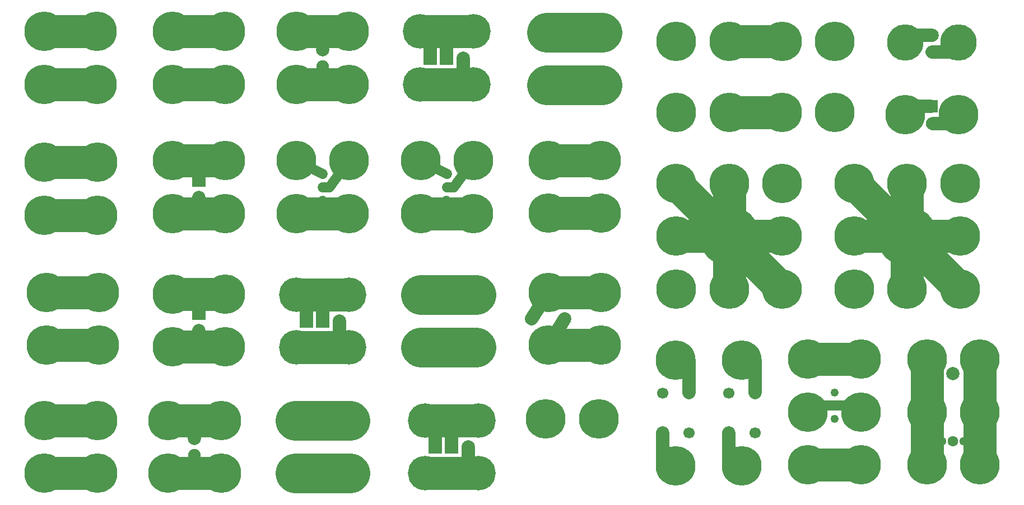
<source format=gbl>
G04 This is an RS-274x file exported by *
G04 gerbv version 2.6.0 *
G04 More information is available about gerbv at *
G04 http://gerbv.gpleda.org/ *
G04 --End of header info--*
%MOIN*%
%FSLAX34Y34*%
%IPPOS*%
G04 --Define apertures--*
%ADD10C,0.0039*%
%ADD11C,0.2362*%
%ADD12C,0.1969*%
%ADD13C,0.0787*%
%ADD14C,0.0591*%
%ADD15C,0.0787*%
%ADD16C,0.0748*%
%ADD17C,0.2362*%
%ADD18C,0.0492*%
%ADD19C,0.0512*%
%ADD20C,0.0630*%
%ADD21R,0.0787X0.0787*%
%ADD22C,0.2059*%
%ADD23R,0.0709X0.0748*%
%ADD24R,0.0787X0.0748*%
%ADD25C,0.3543*%
%ADD26C,0.2165*%
%ADD27C,0.0669*%
%ADD28C,0.1921*%
G04 --Start main section--*
G54D11*
G01X0051313Y-034520D02*
G01X0054581Y-034520D01*
G01X0051313Y-037670D02*
G01X0054581Y-037670D01*
G54D12*
G01X0069648Y-023673D02*
G01X0072797Y-023673D01*
G54D13*
G01X0057908Y-035971D02*
G01X0058892Y-034396D01*
G54D12*
G01X0058892Y-034396D02*
G01X0062042Y-034396D01*
G01X0058892Y-037546D02*
G01X0062042Y-037546D01*
G54D13*
G01X0058892Y-037546D02*
G01X0059876Y-035971D01*
G54D12*
G01X0058892Y-026522D02*
G01X0062042Y-026522D01*
G01X0058892Y-029672D02*
G01X0062042Y-029672D01*
G54D11*
G01X0058813Y-018898D02*
G01X0062081Y-018898D01*
G01X0058813Y-022048D02*
G01X0062081Y-022048D01*
G01X0043815Y-042020D02*
G01X0047083Y-042020D01*
G01X0043815Y-045170D02*
G01X0047083Y-045170D01*
G54D14*
G01X0052863Y-027335D02*
G01X0051288Y-026548D01*
G54D12*
G01X0051288Y-029697D02*
G01X0054437Y-029697D01*
G54D14*
G01X0052863Y-028122D02*
G01X0053256Y-028122D01*
G01X0053256Y-028122D02*
G01X0054437Y-026548D01*
G54D12*
G01X0074344Y-044671D02*
G01X0077494Y-044671D01*
G01X0074344Y-038372D02*
G01X0077494Y-038372D01*
G54D14*
G01X0074541Y-041128D02*
G01X0077100Y-041128D01*
G54D12*
G01X0047044Y-018849D02*
G01X0043894Y-018849D01*
G01X0047044Y-021998D02*
G01X0043894Y-021998D01*
G54D14*
G01X0045469Y-027335D02*
G01X0043894Y-026548D01*
G54D12*
G01X0043894Y-029697D02*
G01X0047044Y-029697D01*
G54D14*
G01X0045469Y-028122D02*
G01X0045863Y-028122D01*
G01X0045863Y-028122D02*
G01X0047044Y-026548D01*
G54D12*
G01X0084568Y-044671D02*
G01X0084568Y-038372D01*
G01X0081418Y-044671D02*
G01X0081418Y-038372D01*
G54D13*
G01X0051859Y-020345D02*
G01X0051859Y-019321D01*
G54D12*
G01X0051268Y-021998D02*
G01X0054418Y-021998D01*
G01X0051268Y-018849D02*
G01X0054418Y-018849D01*
G54D13*
G01X0052843Y-020384D02*
G01X0052843Y-019361D01*
G01X0053827Y-021447D02*
G01X0053827Y-020424D01*
G54D12*
G01X0028898Y-042020D02*
G01X0032048Y-042020D01*
G01X0028898Y-045170D02*
G01X0032048Y-045170D01*
G01X0028898Y-026646D02*
G01X0032048Y-026646D01*
G01X0028898Y-029796D02*
G01X0032048Y-029796D01*
G01X0039422Y-042020D02*
G01X0036272Y-042020D01*
G01X0039422Y-045170D02*
G01X0036272Y-045170D01*
G54D13*
G01X0081662Y-023303D02*
G01X0080166Y-023303D01*
G01X0083256Y-024327D02*
G01X0081760Y-024327D01*
G01X0052159Y-043516D02*
G01X0052159Y-042493D01*
G54D12*
G01X0051568Y-045170D02*
G01X0054718Y-045170D01*
G01X0051568Y-042020D02*
G01X0054718Y-042020D01*
G54D13*
G01X0053143Y-043556D02*
G01X0053143Y-042532D01*
G01X0054127Y-044619D02*
G01X0054127Y-043595D01*
G01X0044487Y-036016D02*
G01X0044487Y-034993D01*
G54D12*
G01X0043896Y-037670D02*
G01X0047046Y-037670D01*
G01X0043896Y-034520D02*
G01X0047046Y-034520D01*
G54D13*
G01X0045471Y-036056D02*
G01X0045471Y-035032D01*
G01X0046455Y-037119D02*
G01X0046455Y-036095D01*
G54D12*
G01X0069648Y-019449D02*
G01X0072797Y-019449D01*
G54D13*
G01X0038095Y-027650D02*
G01X0038095Y-027217D01*
G54D12*
G01X0039670Y-026548D02*
G01X0036520Y-026548D01*
G01X0039670Y-029697D02*
G01X0036520Y-029697D01*
G54D13*
G01X0038095Y-029166D02*
G01X0038095Y-028733D01*
G54D12*
G01X0032046Y-018849D02*
G01X0028896Y-018849D01*
G01X0032046Y-021998D02*
G01X0028896Y-021998D01*
G01X0039670Y-018849D02*
G01X0036520Y-018849D01*
G01X0039670Y-021998D02*
G01X0036520Y-021998D01*
G54D13*
G01X0038095Y-035599D02*
G01X0038095Y-035166D01*
G54D12*
G01X0039670Y-034496D02*
G01X0036520Y-034496D01*
G01X0039670Y-037646D02*
G01X0036520Y-037646D01*
G54D13*
G01X0038095Y-037115D02*
G01X0038095Y-036681D01*
G54D12*
G01X0069648Y-027898D02*
G01X0069648Y-034197D01*
G01X0066498Y-027898D02*
G01X0072797Y-034197D01*
G01X0066498Y-031047D02*
G01X0072797Y-031047D01*
G01X0080246Y-027898D02*
G01X0080246Y-034197D01*
G01X0077096Y-027898D02*
G01X0083396Y-034197D01*
G01X0077096Y-031047D02*
G01X0083396Y-031047D01*
G01X0029022Y-034396D02*
G01X0032172Y-034396D01*
G01X0029022Y-037546D02*
G01X0032172Y-037546D01*
G54D13*
G01X0081717Y-019066D02*
G01X0080142Y-019066D01*
G01X0083292Y-020070D02*
G01X0081717Y-020070D01*
G01X0065683Y-042771D02*
G01X0065683Y-044720D01*
G01X0067257Y-038420D02*
G01X0067257Y-040369D01*
G01X0069620Y-042771D02*
G01X0069620Y-044720D01*
G01X0071194Y-038420D02*
G01X0071194Y-040369D01*
G54D15*
G01X0052967Y-035095D03*
G54D16*
G01X0052967Y-037095D03*
G54D17*
G01X0051392Y-037670D03*
G01X0051392Y-034520D03*
G01X0054542Y-034520D03*
G01X0054542Y-037670D03*
G01X0072797Y-023673D03*
G01X0069648Y-023673D03*
G01X0066498Y-023673D03*
G01X0075947Y-023673D03*
G54D15*
G01X0057908Y-035971D03*
G01X0059876Y-035971D03*
G54D17*
G01X0058892Y-037546D03*
G01X0062042Y-037546D03*
G01X0062042Y-034396D03*
G01X0058892Y-034396D03*
G01X0062042Y-029672D03*
G01X0062042Y-026522D03*
G01X0058892Y-026522D03*
G01X0058892Y-029672D03*
G54D15*
G01X0060467Y-019473D03*
G54D16*
G01X0060467Y-021473D03*
G54D17*
G01X0058892Y-022048D03*
G01X0058892Y-018898D03*
G01X0062042Y-018898D03*
G01X0062042Y-022048D03*
G54D15*
G01X0045469Y-042595D03*
G54D16*
G01X0045469Y-044595D03*
G54D17*
G01X0043894Y-045170D03*
G01X0043894Y-042020D03*
G01X0047044Y-042020D03*
G01X0047044Y-045170D03*
G01X0054437Y-026548D03*
G54D18*
G01X0052843Y-028093D03*
G01X0052843Y-027306D03*
G01X0052843Y-028880D03*
G54D17*
G01X0054437Y-029697D03*
G01X0051288Y-026548D03*
G01X0051288Y-029697D03*
G01X0074344Y-038372D03*
G01X0077494Y-044671D03*
G54D18*
G01X0075919Y-041147D03*
G01X0075919Y-040360D03*
G01X0075919Y-041935D03*
G54D17*
G01X0077494Y-038372D03*
G01X0074344Y-044671D03*
G01X0074344Y-041521D03*
G01X0077494Y-041521D03*
G54D15*
G01X0045469Y-019924D03*
G54D16*
G01X0045469Y-020924D03*
G54D17*
G01X0043894Y-021998D03*
G01X0043894Y-018849D03*
G01X0047044Y-018849D03*
G01X0047044Y-021998D03*
G01X0047044Y-026548D03*
G54D18*
G01X0045449Y-028093D03*
G01X0045449Y-027306D03*
G01X0045449Y-028880D03*
G54D17*
G01X0047044Y-029697D03*
G01X0043894Y-026548D03*
G01X0043894Y-029697D03*
G54D19*
G01X0083613Y-043263D03*
G54D20*
G01X0082963Y-043263D03*
G54D19*
G01X0082314Y-043263D03*
G54D15*
G01X0082963Y-039248D03*
G54D17*
G01X0084568Y-038372D03*
G01X0084568Y-044671D03*
G01X0081418Y-044671D03*
G01X0081418Y-041521D03*
G01X0081418Y-038372D03*
G01X0084568Y-041521D03*
G54D21*
G01X0052843Y-020424D03*
G54D22*
G01X0051268Y-021998D03*
G01X0051268Y-018849D03*
G01X0054418Y-018849D03*
G01X0054418Y-021998D03*
G54D21*
G01X0051859Y-020424D03*
G54D15*
G01X0053827Y-020424D03*
G54D17*
G01X0032048Y-042020D03*
G01X0028898Y-042020D03*
G01X0032048Y-045170D03*
G01X0028898Y-045170D03*
G01X0032048Y-026646D03*
G01X0028898Y-026646D03*
G01X0032048Y-029796D03*
G01X0028898Y-029796D03*
G54D15*
G01X0037847Y-043095D03*
G54D16*
G01X0037847Y-044095D03*
G54D17*
G01X0036272Y-045170D03*
G01X0036272Y-042020D03*
G01X0039422Y-042020D03*
G01X0039422Y-045170D03*
G54D23*
G01X0081721Y-023303D03*
G54D16*
G01X0081716Y-024327D03*
G54D17*
G01X0083296Y-023815D03*
G01X0080146Y-023815D03*
G54D21*
G01X0053143Y-043595D03*
G54D22*
G01X0051568Y-045170D03*
G01X0051568Y-042020D03*
G01X0054718Y-042020D03*
G01X0054718Y-045170D03*
G54D21*
G01X0052159Y-043595D03*
G54D15*
G01X0054127Y-043595D03*
G54D21*
G01X0045471Y-036095D03*
G54D22*
G01X0043896Y-037670D03*
G01X0043896Y-034520D03*
G01X0047046Y-034520D03*
G01X0047046Y-037670D03*
G54D21*
G01X0044487Y-036095D03*
G54D15*
G01X0046455Y-036095D03*
G54D17*
G01X0072797Y-019449D03*
G01X0069648Y-019449D03*
G01X0066498Y-019449D03*
G01X0075947Y-019449D03*
G54D24*
G01X0038095Y-027729D03*
G54D16*
G01X0038095Y-028729D03*
G54D17*
G01X0036520Y-029697D03*
G01X0036520Y-026548D03*
G01X0039670Y-026548D03*
G01X0039670Y-029697D03*
G54D15*
G01X0030471Y-019439D03*
G54D16*
G01X0030471Y-021408D03*
G54D17*
G01X0028896Y-021998D03*
G01X0028896Y-018849D03*
G01X0032046Y-018849D03*
G01X0032046Y-021998D03*
G54D15*
G01X0038095Y-019439D03*
G54D16*
G01X0038095Y-021408D03*
G54D17*
G01X0036520Y-021998D03*
G01X0036520Y-018849D03*
G01X0039670Y-018849D03*
G01X0039670Y-021998D03*
G54D24*
G01X0038095Y-035678D03*
G54D16*
G01X0038095Y-036678D03*
G54D17*
G01X0036520Y-037646D03*
G01X0036520Y-034496D03*
G01X0039670Y-034496D03*
G01X0039670Y-037646D03*
G54D25*
G01X0069648Y-031047D03*
G54D17*
G01X0072797Y-027898D03*
G01X0066498Y-027898D03*
G01X0069648Y-027898D03*
G01X0072797Y-031047D03*
G01X0072797Y-034197D03*
G01X0069648Y-034197D03*
G01X0066498Y-031047D03*
G01X0066498Y-034197D03*
G54D25*
G01X0080246Y-031047D03*
G54D17*
G01X0083396Y-027898D03*
G01X0077096Y-027898D03*
G01X0080246Y-027898D03*
G01X0083396Y-031047D03*
G01X0083396Y-034197D03*
G01X0080246Y-034197D03*
G01X0077096Y-031047D03*
G01X0077096Y-034197D03*
G01X0029022Y-037546D03*
G01X0029022Y-034396D03*
G01X0032172Y-034396D03*
G01X0032172Y-037546D03*
G01X0058746Y-041946D03*
G01X0061896Y-041946D03*
G54D15*
G01X0081717Y-019058D03*
G54D16*
G01X0081717Y-020058D03*
G54D26*
G01X0080142Y-019499D03*
G01X0083292Y-019499D03*
G54D27*
G01X0067263Y-040392D03*
G01X0067263Y-042754D03*
G01X0065688Y-040392D03*
G01X0065688Y-042754D03*
G54D17*
G01X0066470Y-044720D03*
G01X0066470Y-038420D03*
G54D27*
G01X0071200Y-040392D03*
G01X0071200Y-042754D03*
G01X0069625Y-040392D03*
G01X0069625Y-042754D03*
G54D17*
G01X0070407Y-044720D03*
G01X0070407Y-038420D03*
M02*

</source>
